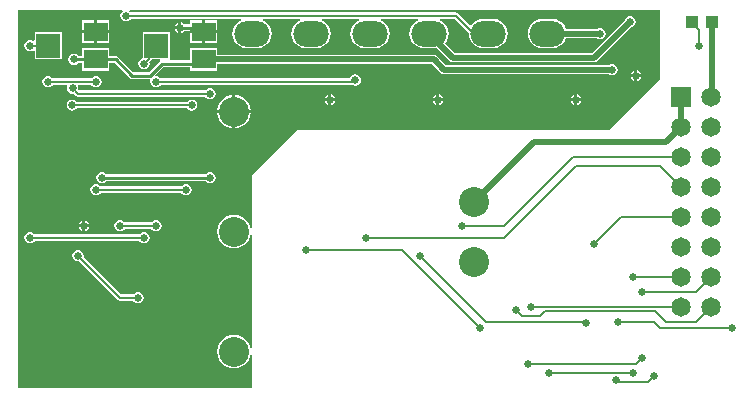
<source format=gtl>
%FSAX24Y24*%
%MOIN*%
G70*
G01*
G75*
G04 Layer_Physical_Order=1*
G04 Layer_Color=255*
%ADD10R,0.0433X0.0394*%
%ADD11R,0.0787X0.0630*%
%ADD12R,0.0787X0.0787*%
%ADD13C,0.0200*%
%ADD14C,0.0080*%
%ADD15C,0.0100*%
%ADD16O,0.1181X0.0866*%
%ADD17C,0.0650*%
%ADD18R,0.0650X0.0650*%
%ADD19C,0.1000*%
%ADD20C,0.0250*%
G36*
X031600Y020500D02*
X029900Y018800D01*
X019500D01*
X018000Y017300D01*
Y015515D01*
X017950Y015512D01*
X017946Y015546D01*
X017889Y015682D01*
X017799Y015799D01*
X017682Y015889D01*
X017546Y015946D01*
X017400Y015965D01*
X017254Y015946D01*
X017118Y015889D01*
X017001Y015799D01*
X016911Y015682D01*
X016854Y015546D01*
X016835Y015400D01*
X016854Y015254D01*
X016911Y015118D01*
X017001Y015001D01*
X017118Y014911D01*
X017254Y014854D01*
X017400Y014835D01*
X017546Y014854D01*
X017682Y014911D01*
X017799Y015001D01*
X017889Y015118D01*
X017946Y015254D01*
X017950Y015288D01*
X018000Y015285D01*
Y011515D01*
X017950Y011512D01*
X017946Y011546D01*
X017889Y011682D01*
X017799Y011799D01*
X017682Y011889D01*
X017546Y011946D01*
X017400Y011965D01*
X017254Y011946D01*
X017118Y011889D01*
X017001Y011799D01*
X016911Y011682D01*
X016854Y011546D01*
X016835Y011400D01*
X016854Y011254D01*
X016911Y011118D01*
X017001Y011001D01*
X017118Y010911D01*
X017254Y010854D01*
X017400Y010835D01*
X017546Y010854D01*
X017682Y010911D01*
X017799Y011001D01*
X017889Y011118D01*
X017946Y011254D01*
X017950Y011288D01*
X018000Y011285D01*
Y010200D01*
X010200D01*
Y022800D01*
X013680D01*
X013695Y022752D01*
X013667Y022733D01*
X013626Y022672D01*
X013611Y022600D01*
X013626Y022528D01*
X013667Y022467D01*
X013728Y022426D01*
X013800Y022411D01*
X013872Y022426D01*
X013933Y022467D01*
X013954Y022498D01*
X017628D01*
X017638Y022449D01*
X017594Y022431D01*
X017491Y022352D01*
X017412Y022249D01*
X017362Y022129D01*
X017345Y022000D01*
X017362Y021871D01*
X017412Y021751D01*
X017491Y021648D01*
X017594Y021569D01*
X017714Y021520D01*
X017843Y021503D01*
X018157D01*
X018286Y021520D01*
X018406Y021569D01*
X018509Y021648D01*
X018588Y021751D01*
X018638Y021871D01*
X018655Y022000D01*
X018638Y022129D01*
X018588Y022249D01*
X018509Y022352D01*
X018406Y022431D01*
X018362Y022449D01*
X018372Y022498D01*
X019597D01*
X019607Y022449D01*
X019562Y022431D01*
X019459Y022352D01*
X019380Y022249D01*
X019331Y022129D01*
X019314Y022000D01*
X019331Y021871D01*
X019380Y021751D01*
X019459Y021648D01*
X019562Y021569D01*
X019682Y021520D01*
X019811Y021503D01*
X020126D01*
X020255Y021520D01*
X020375Y021569D01*
X020478Y021648D01*
X020557Y021751D01*
X020606Y021871D01*
X020623Y022000D01*
X020606Y022129D01*
X020557Y022249D01*
X020478Y022352D01*
X020375Y022431D01*
X020330Y022449D01*
X020340Y022498D01*
X021565D01*
X021575Y022449D01*
X021531Y022431D01*
X021428Y022352D01*
X021349Y022249D01*
X021299Y022129D01*
X021282Y022000D01*
X021299Y021871D01*
X021349Y021751D01*
X021428Y021648D01*
X021531Y021569D01*
X021651Y021520D01*
X021780Y021503D01*
X022094D01*
X022223Y021520D01*
X022343Y021569D01*
X022446Y021648D01*
X022525Y021751D01*
X022575Y021871D01*
X022592Y022000D01*
X022575Y022129D01*
X022525Y022249D01*
X022446Y022352D01*
X022343Y022431D01*
X022299Y022449D01*
X022309Y022498D01*
X023534D01*
X023544Y022449D01*
X023499Y022431D01*
X023396Y022352D01*
X023317Y022249D01*
X023268Y022129D01*
X023251Y022000D01*
X023268Y021871D01*
X023317Y021751D01*
X023396Y021648D01*
X023499Y021569D01*
X023619Y021520D01*
X023748Y021503D01*
X024063D01*
X024159Y021515D01*
X024590Y021085D01*
D01*
X024590Y021085D01*
X024590Y021085D01*
D01*
D01*
D01*
X024590Y021085D01*
Y021085D01*
X024643Y021049D01*
X024706Y021037D01*
X029400D01*
X029462Y021049D01*
X029515Y021085D01*
X030653Y022222D01*
X030672Y022226D01*
X030733Y022267D01*
X030774Y022328D01*
X030789Y022400D01*
X030774Y022472D01*
X030733Y022533D01*
X030672Y022574D01*
X030600Y022589D01*
X030528Y022574D01*
X030467Y022533D01*
X030426Y022472D01*
X030422Y022453D01*
X029332Y021363D01*
X024773D01*
X024446Y021690D01*
X024494Y021751D01*
X024543Y021871D01*
X024560Y022000D01*
X024543Y022129D01*
X024494Y022249D01*
X024415Y022352D01*
X024312Y022431D01*
X024267Y022449D01*
X024277Y022498D01*
X024758D01*
X025223Y022032D01*
X025219Y022000D01*
X025236Y021871D01*
X025286Y021751D01*
X025365Y021648D01*
X025468Y021569D01*
X025588Y021520D01*
X025717Y021503D01*
X026031D01*
X026160Y021520D01*
X026280Y021569D01*
X026383Y021648D01*
X026462Y021751D01*
X026512Y021871D01*
X026529Y022000D01*
X026512Y022129D01*
X026462Y022249D01*
X026383Y022352D01*
X026280Y022431D01*
X026160Y022480D01*
X026031Y022497D01*
X025717D01*
X025588Y022480D01*
X025468Y022431D01*
X025365Y022352D01*
X025313Y022284D01*
X025263Y022281D01*
X024872Y022672D01*
X024839Y022694D01*
X024800Y022702D01*
X013954D01*
X013933Y022733D01*
X013905Y022752D01*
X013920Y022800D01*
X031600D01*
Y020500D01*
D02*
G37*
%LPC*%
G36*
X020779Y019750D02*
X020650D01*
Y019621D01*
X020672Y019626D01*
X020733Y019667D01*
X020774Y019728D01*
X020779Y019750D01*
D02*
G37*
G36*
X024150D02*
X024021D01*
X024026Y019728D01*
X024067Y019667D01*
X024128Y019626D01*
X024150Y019621D01*
Y019750D01*
D02*
G37*
G36*
X017450Y019958D02*
Y019450D01*
X017958D01*
X017946Y019546D01*
X017889Y019682D01*
X017799Y019799D01*
X017682Y019889D01*
X017546Y019946D01*
X017450Y019958D01*
D02*
G37*
G36*
X020550Y019750D02*
X020421D01*
X020426Y019728D01*
X020467Y019667D01*
X020528Y019626D01*
X020550Y019621D01*
Y019750D01*
D02*
G37*
G36*
X024379D02*
X024250D01*
Y019621D01*
X024272Y019626D01*
X024333Y019667D01*
X024374Y019728D01*
X024379Y019750D01*
D02*
G37*
G36*
X020550Y019979D02*
X020528Y019974D01*
X020467Y019933D01*
X020426Y019872D01*
X020421Y019850D01*
X020550D01*
Y019979D01*
D02*
G37*
G36*
X020650D02*
Y019850D01*
X020779D01*
X020774Y019872D01*
X020733Y019933D01*
X020672Y019974D01*
X020650Y019979D01*
D02*
G37*
G36*
X015991Y019798D02*
X015918Y019784D01*
X015857Y019743D01*
X015836Y019711D01*
X012164D01*
X012143Y019743D01*
X012082Y019784D01*
X012009Y019798D01*
X011937Y019784D01*
X011876Y019743D01*
X011835Y019682D01*
X011821Y019609D01*
X011835Y019537D01*
X011876Y019476D01*
X011937Y019435D01*
X012009Y019421D01*
X012082Y019435D01*
X012143Y019476D01*
X012164Y019507D01*
X015836D01*
X015857Y019476D01*
X015918Y019435D01*
X015991Y019421D01*
X016063Y019435D01*
X016124Y019476D01*
X016165Y019537D01*
X016179Y019609D01*
X016165Y019682D01*
X016124Y019743D01*
X016063Y019784D01*
X015991Y019798D01*
D02*
G37*
G36*
X028750Y019750D02*
X028621D01*
X028626Y019728D01*
X028667Y019667D01*
X028728Y019626D01*
X028750Y019621D01*
Y019750D01*
D02*
G37*
G36*
X028979D02*
X028850D01*
Y019621D01*
X028872Y019626D01*
X028933Y019667D01*
X028974Y019728D01*
X028979Y019750D01*
D02*
G37*
G36*
X017350Y019958D02*
X017254Y019946D01*
X017118Y019889D01*
X017001Y019799D01*
X016911Y019682D01*
X016854Y019546D01*
X016842Y019450D01*
X017350D01*
Y019958D01*
D02*
G37*
G36*
X012579Y015538D02*
X012450D01*
Y015409D01*
X012472Y015414D01*
X012533Y015454D01*
X012574Y015516D01*
X012579Y015538D01*
D02*
G37*
G36*
X012350Y015767D02*
X012328Y015762D01*
X012267Y015721D01*
X012226Y015660D01*
X012221Y015638D01*
X012350D01*
Y015767D01*
D02*
G37*
G36*
Y015538D02*
X012221D01*
X012226Y015516D01*
X012267Y015454D01*
X012328Y015414D01*
X012350Y015409D01*
Y015538D01*
D02*
G37*
G36*
X012200Y014789D02*
X012128Y014774D01*
X012067Y014733D01*
X012026Y014672D01*
X012011Y014600D01*
X012026Y014528D01*
X012067Y014467D01*
X012128Y014426D01*
X012200Y014411D01*
X012237Y014419D01*
X013528Y013128D01*
D01*
X013528Y013128D01*
X013528Y013128D01*
D01*
D01*
D01*
X013528Y013128D01*
Y013128D01*
X013561Y013106D01*
X013600Y013098D01*
X014046D01*
X014067Y013067D01*
X014128Y013026D01*
X014200Y013011D01*
X014272Y013026D01*
X014333Y013067D01*
X014374Y013128D01*
X014389Y013200D01*
X014374Y013272D01*
X014333Y013333D01*
X014272Y013374D01*
X014200Y013389D01*
X014128Y013374D01*
X014067Y013333D01*
X014046Y013302D01*
X013642D01*
X012381Y014563D01*
X012389Y014600D01*
X012374Y014672D01*
X012333Y014733D01*
X012272Y014774D01*
X012200Y014789D01*
D02*
G37*
G36*
X014400Y015389D02*
X014328Y015374D01*
X014267Y015333D01*
X014246Y015302D01*
X010754D01*
X010733Y015333D01*
X010672Y015374D01*
X010600Y015389D01*
X010528Y015374D01*
X010467Y015333D01*
X010426Y015272D01*
X010411Y015200D01*
X010426Y015128D01*
X010467Y015067D01*
X010528Y015026D01*
X010600Y015011D01*
X010672Y015026D01*
X010733Y015067D01*
X010754Y015098D01*
X014246D01*
X014267Y015067D01*
X014328Y015026D01*
X014400Y015011D01*
X014472Y015026D01*
X014533Y015067D01*
X014574Y015128D01*
X014589Y015200D01*
X014574Y015272D01*
X014533Y015333D01*
X014472Y015374D01*
X014400Y015389D01*
D02*
G37*
G36*
X012450Y015767D02*
Y015638D01*
X012579D01*
X012574Y015660D01*
X012533Y015721D01*
X012472Y015762D01*
X012450Y015767D01*
D02*
G37*
G36*
X017350Y019350D02*
X016842D01*
X016854Y019254D01*
X016911Y019118D01*
X017001Y019001D01*
X017118Y018911D01*
X017254Y018854D01*
X017350Y018842D01*
Y019350D01*
D02*
G37*
G36*
X017958D02*
X017450D01*
Y018842D01*
X017546Y018854D01*
X017682Y018911D01*
X017799Y019001D01*
X017889Y019118D01*
X017946Y019254D01*
X017958Y019350D01*
D02*
G37*
G36*
X016600Y017389D02*
X016528Y017374D01*
X016467Y017333D01*
X016452Y017312D01*
X013148D01*
X013133Y017333D01*
X013072Y017374D01*
X013000Y017389D01*
X012928Y017374D01*
X012867Y017333D01*
X012826Y017272D01*
X012811Y017200D01*
X012826Y017128D01*
X012867Y017067D01*
X012928Y017026D01*
X013000Y017011D01*
X013072Y017026D01*
X013133Y017067D01*
X013148Y017088D01*
X016452D01*
X016467Y017067D01*
X016528Y017026D01*
X016600Y017011D01*
X016672Y017026D01*
X016733Y017067D01*
X016774Y017128D01*
X016789Y017200D01*
X016774Y017272D01*
X016733Y017333D01*
X016672Y017374D01*
X016600Y017389D01*
D02*
G37*
G36*
X014800Y015789D02*
X014728Y015774D01*
X014667Y015733D01*
X014646Y015702D01*
X013754D01*
X013733Y015733D01*
X013672Y015774D01*
X013600Y015789D01*
X013528Y015774D01*
X013467Y015733D01*
X013426Y015672D01*
X013411Y015600D01*
X013426Y015528D01*
X013467Y015467D01*
X013528Y015426D01*
X013600Y015411D01*
X013672Y015426D01*
X013733Y015467D01*
X013754Y015498D01*
X014646D01*
X014667Y015467D01*
X014728Y015426D01*
X014800Y015411D01*
X014872Y015426D01*
X014933Y015467D01*
X014974Y015528D01*
X014989Y015600D01*
X014974Y015672D01*
X014933Y015733D01*
X014872Y015774D01*
X014800Y015789D01*
D02*
G37*
G36*
X015800Y016989D02*
X015728Y016974D01*
X015667Y016933D01*
X015646Y016902D01*
X012954D01*
X012933Y016933D01*
X012872Y016974D01*
X012800Y016989D01*
X012728Y016974D01*
X012667Y016933D01*
X012626Y016872D01*
X012611Y016800D01*
X012626Y016728D01*
X012667Y016667D01*
X012728Y016626D01*
X012800Y016611D01*
X012872Y016626D01*
X012933Y016667D01*
X012954Y016698D01*
X015646D01*
X015667Y016667D01*
X015728Y016626D01*
X015800Y016611D01*
X015872Y016626D01*
X015933Y016667D01*
X015974Y016728D01*
X015989Y016800D01*
X015974Y016872D01*
X015933Y016933D01*
X015872Y016974D01*
X015800Y016989D01*
D02*
G37*
G36*
X011666Y022054D02*
X010759D01*
Y021769D01*
X010715Y021746D01*
X010672Y021774D01*
X010600Y021789D01*
X010528Y021774D01*
X010467Y021733D01*
X010426Y021672D01*
X010411Y021600D01*
X010426Y021528D01*
X010467Y021467D01*
X010528Y021426D01*
X010600Y021411D01*
X010672Y021426D01*
X010715Y021454D01*
X010759Y021431D01*
Y021146D01*
X011666D01*
Y022054D01*
D02*
G37*
G36*
X028000Y022497D02*
X027685D01*
X027556Y022480D01*
X027436Y022431D01*
X027333Y022352D01*
X027254Y022249D01*
X027205Y022129D01*
X027188Y022000D01*
X027205Y021871D01*
X027254Y021751D01*
X027333Y021648D01*
X027436Y021569D01*
X027556Y021520D01*
X027685Y021503D01*
X028000D01*
X028129Y021520D01*
X028249Y021569D01*
X028352Y021648D01*
X028431Y021751D01*
X028466Y021837D01*
X029511D01*
X029528Y021826D01*
X029600Y021811D01*
X029672Y021826D01*
X029733Y021867D01*
X029774Y021928D01*
X029789Y022000D01*
X029774Y022072D01*
X029733Y022133D01*
X029672Y022174D01*
X029600Y022189D01*
X029528Y022174D01*
X029511Y022163D01*
X028466D01*
X028431Y022249D01*
X028352Y022352D01*
X028249Y022431D01*
X028129Y022480D01*
X028000Y022497D01*
D02*
G37*
G36*
X016841Y022013D02*
X016437D01*
Y021688D01*
X016841D01*
Y022013D01*
D02*
G37*
G36*
X013241D02*
X012837D01*
Y021688D01*
X013241D01*
Y022013D01*
D02*
G37*
G36*
X016337D02*
X015934D01*
Y021688D01*
X016337D01*
Y022013D01*
D02*
G37*
G36*
X015550Y022150D02*
X015421D01*
X015426Y022128D01*
X015467Y022067D01*
X015528Y022026D01*
X015550Y022021D01*
Y022150D01*
D02*
G37*
G36*
Y022379D02*
X015528Y022374D01*
X015467Y022333D01*
X015426Y022272D01*
X015421Y022250D01*
X015550D01*
Y022379D01*
D02*
G37*
G36*
X016337Y022438D02*
X015934D01*
Y022312D01*
X015748D01*
X015733Y022333D01*
X015672Y022374D01*
X015650Y022379D01*
Y022200D01*
Y022021D01*
X015672Y022026D01*
X015733Y022067D01*
X015748Y022088D01*
X015934D01*
Y022113D01*
X016337D01*
Y022438D01*
D02*
G37*
G36*
X016841D02*
X016437D01*
Y022113D01*
X016841D01*
Y022438D01*
D02*
G37*
G36*
X012737D02*
X012334D01*
Y022113D01*
X012737D01*
Y022438D01*
D02*
G37*
G36*
X013241D02*
X012837D01*
Y022113D01*
X013241D01*
Y022438D01*
D02*
G37*
G36*
X028850Y019979D02*
Y019850D01*
X028979D01*
X028974Y019872D01*
X028933Y019933D01*
X028872Y019974D01*
X028850Y019979D01*
D02*
G37*
G36*
X030750Y020550D02*
X030621D01*
X030626Y020528D01*
X030667Y020467D01*
X030728Y020426D01*
X030750Y020421D01*
Y020550D01*
D02*
G37*
G36*
X028750Y019979D02*
X028728Y019974D01*
X028667Y019933D01*
X028626Y019872D01*
X028621Y019850D01*
X028750D01*
Y019979D01*
D02*
G37*
G36*
X024150D02*
X024128Y019974D01*
X024067Y019933D01*
X024026Y019872D01*
X024021Y019850D01*
X024150D01*
Y019979D01*
D02*
G37*
G36*
X024250D02*
Y019850D01*
X024379D01*
X024374Y019872D01*
X024333Y019933D01*
X024272Y019974D01*
X024250Y019979D01*
D02*
G37*
G36*
X030979Y020550D02*
X030850D01*
Y020421D01*
X030872Y020426D01*
X030933Y020467D01*
X030974Y020528D01*
X030979Y020550D01*
D02*
G37*
G36*
X015266Y022054D02*
X014359D01*
Y021180D01*
X014328Y021174D01*
X014267Y021133D01*
X014226Y021072D01*
X014211Y021000D01*
X014226Y020928D01*
X014267Y020867D01*
X014328Y020826D01*
X014400Y020811D01*
X014472Y020826D01*
X014533Y020867D01*
X014574Y020928D01*
X014589Y021000D01*
X014581Y021037D01*
X014690Y021146D01*
X014935D01*
X014949Y021098D01*
X014921Y021079D01*
X014921Y021079D01*
X014554Y020712D01*
X014046D01*
X013542Y021217D01*
X013506Y021241D01*
X013463Y021250D01*
X013463Y021250D01*
X013241D01*
Y021512D01*
X012334D01*
Y021250D01*
X012210D01*
X012196Y021271D01*
X012135Y021312D01*
X012063Y021326D01*
X011990Y021312D01*
X011929Y021271D01*
X011888Y021210D01*
X011874Y021137D01*
X011888Y021065D01*
X011929Y021004D01*
X011990Y020963D01*
X012063Y020949D01*
X012135Y020963D01*
X012196Y021004D01*
X012210Y021025D01*
X012334D01*
Y020762D01*
X013241D01*
Y021025D01*
X013416D01*
X013921Y020521D01*
X013921Y020521D01*
X013957Y020496D01*
Y020496D01*
X013957Y020496D01*
D01*
D01*
D01*
X013957D01*
Y020496D01*
D01*
X013957Y020496D01*
X013957Y020496D01*
X014000Y020488D01*
X014589D01*
X014603Y020471D01*
X014614Y020415D01*
X014611Y020400D01*
X014626Y020328D01*
X014667Y020267D01*
X014728Y020226D01*
X014800Y020211D01*
X014872Y020226D01*
X014933Y020267D01*
X014954Y020298D01*
X021344D01*
X021378Y020276D01*
X021450Y020261D01*
X021522Y020276D01*
X021583Y020317D01*
X021624Y020378D01*
X021639Y020450D01*
X021624Y020522D01*
X021583Y020583D01*
X021522Y020624D01*
X021450Y020639D01*
X021378Y020624D01*
X021317Y020583D01*
X021276Y020522D01*
X021272Y020502D01*
X014954D01*
X014933Y020533D01*
X014872Y020574D01*
X014800Y020589D01*
X014782Y020623D01*
X015046Y020888D01*
X015934D01*
Y020762D01*
X016841D01*
Y020974D01*
X023995D01*
X024285Y020685D01*
X024338Y020649D01*
X024400Y020637D01*
X029911D01*
X029928Y020626D01*
X030000Y020611D01*
X030072Y020626D01*
X030133Y020667D01*
X030174Y020728D01*
X030189Y020800D01*
X030174Y020872D01*
X030133Y020933D01*
X030072Y020974D01*
X030000Y020989D01*
X029928Y020974D01*
X029911Y020963D01*
X024468D01*
X024178Y021253D01*
X024125Y021288D01*
X024063Y021301D01*
X016841D01*
Y021512D01*
X015934D01*
Y021112D01*
X015300D01*
X015266Y021146D01*
X015266Y021148D01*
X015266D01*
D01*
Y021148D01*
X015266D01*
D01*
Y022054D01*
D02*
G37*
G36*
X012737Y022013D02*
X012334D01*
Y021688D01*
X012737D01*
Y022013D01*
D02*
G37*
G36*
X030850Y020779D02*
Y020650D01*
X030979D01*
X030974Y020672D01*
X030933Y020733D01*
X030872Y020774D01*
X030850Y020779D01*
D02*
G37*
G36*
X012800Y020589D02*
X012728Y020574D01*
X012667Y020533D01*
X012646Y020502D01*
X011354D01*
X011333Y020533D01*
X011272Y020574D01*
X011200Y020589D01*
X011128Y020574D01*
X011067Y020533D01*
X011026Y020472D01*
X011011Y020400D01*
X011026Y020328D01*
X011067Y020267D01*
X011128Y020226D01*
X011200Y020211D01*
X011272Y020226D01*
X011333Y020267D01*
X011354Y020298D01*
X011832D01*
X011855Y020254D01*
X011851Y020247D01*
X011836Y020175D01*
X011851Y020103D01*
X011892Y020042D01*
X011953Y020001D01*
X012025Y019986D01*
X012062Y019994D01*
X012128Y019928D01*
X012161Y019906D01*
X012200Y019898D01*
X016446D01*
X016467Y019867D01*
X016528Y019826D01*
X016600Y019811D01*
X016672Y019826D01*
X016733Y019867D01*
X016774Y019928D01*
X016789Y020000D01*
X016774Y020072D01*
X016733Y020133D01*
X016672Y020174D01*
X016600Y020189D01*
X016528Y020174D01*
X016467Y020133D01*
X016446Y020102D01*
X012242D01*
X012206Y020138D01*
X012214Y020175D01*
X012199Y020247D01*
X012195Y020254D01*
X012218Y020298D01*
X012646D01*
X012667Y020267D01*
X012728Y020226D01*
X012800Y020211D01*
X012872Y020226D01*
X012933Y020267D01*
X012974Y020328D01*
X012989Y020400D01*
X012974Y020472D01*
X012933Y020533D01*
X012872Y020574D01*
X012800Y020589D01*
D02*
G37*
G36*
X030750Y020779D02*
X030728Y020774D01*
X030667Y020733D01*
X030626Y020672D01*
X030621Y020650D01*
X030750D01*
Y020779D01*
D02*
G37*
%LPD*%
D10*
X033335Y022400D02*
D03*
X032665D02*
D03*
D11*
X012787Y022063D02*
D03*
Y021137D02*
D03*
X016387Y022063D02*
D03*
Y021137D02*
D03*
D12*
X011213Y021600D02*
D03*
X014813D02*
D03*
D13*
X033335Y019935D02*
Y022400D01*
X024706Y021200D02*
X029400D01*
X016387Y021137D02*
X024063D01*
X024400Y020800D01*
X030000D01*
X029400Y021200D02*
X030600Y022400D01*
X023906Y022000D02*
X024706Y021200D01*
X027800Y022000D02*
X029600D01*
X032300Y018900D02*
Y019900D01*
X025400Y016400D02*
X027400Y018400D01*
X031800D01*
X032300Y018900D01*
D14*
X032900Y021600D02*
Y022126D01*
X032626Y022400D02*
X032900Y022126D01*
X030150Y010450D02*
X030200Y010400D01*
X031200D01*
X031400Y010600D01*
X012009Y019609D02*
X015991D01*
X012200Y020000D02*
X016600D01*
X012025Y020175D02*
X012200Y020000D01*
X011200Y020400D02*
X012800D01*
X010600Y021600D02*
X011213D01*
X014813Y021413D02*
Y021587D01*
X014400Y021000D02*
X014813Y021413D01*
X010600Y015200D02*
X014400D01*
X012800Y016800D02*
X015800D01*
X013600Y015600D02*
X014800D01*
X012200Y014600D02*
X013600Y013200D01*
X014800Y020400D02*
X021400D01*
X021450Y020450D01*
X013600Y013200D02*
X014200D01*
X013800Y022600D02*
X024800D01*
X025400Y022000D01*
X025874D01*
X019800Y014800D02*
X023000D01*
X025600Y012200D01*
X021800Y015200D02*
X026400D01*
X028800Y017600D01*
X031600D01*
X032300Y016900D01*
X025000Y015600D02*
X026400D01*
X028700Y017900D01*
X032300D01*
X023600Y014600D02*
X025800Y012400D01*
X029100D01*
X029150Y012350D01*
X030200Y012400D02*
X031400D01*
X031600Y012200D01*
X034000D01*
X027200Y011000D02*
X030800D01*
X031000Y011200D01*
Y013400D02*
X032800D01*
X033300Y013900D01*
X033300D01*
X027900Y010700D02*
X030700D01*
Y013900D02*
X032300D01*
X026800Y012800D02*
X027000Y012600D01*
X027600D01*
X027760Y012760D01*
X031440D01*
X031800Y012400D01*
X032800D01*
X033300Y012900D01*
X033300D01*
X027300D02*
X032300D01*
X029400Y015000D02*
X030300Y015900D01*
X032300D01*
D15*
X016250Y022200D02*
X016387Y022063D01*
X015600Y022200D02*
X016250D01*
X012063Y021137D02*
X013463D01*
X013000Y017200D02*
X016600D01*
X016250Y021000D02*
X016387Y021137D01*
X015000Y021000D02*
X016250D01*
X014600Y020600D02*
X015000Y021000D01*
X014000Y020600D02*
X014600D01*
X013463Y021137D02*
X014000Y020600D01*
D16*
X018000Y022000D02*
D03*
X019969D02*
D03*
X021937D02*
D03*
X023906D02*
D03*
X025874D02*
D03*
X027843D02*
D03*
D17*
X033300Y012900D02*
D03*
X032300D02*
D03*
X033300Y013900D02*
D03*
X032300D02*
D03*
X033300Y014900D02*
D03*
X032300D02*
D03*
X033300Y015900D02*
D03*
X032300D02*
D03*
X033300Y016900D02*
D03*
X032300D02*
D03*
X033300Y017900D02*
D03*
X032300D02*
D03*
X033300Y018900D02*
D03*
X032300D02*
D03*
X033300Y019900D02*
D03*
D18*
X032300D02*
D03*
D19*
X025400Y014400D02*
D03*
Y016400D02*
D03*
X017400Y011400D02*
D03*
Y015400D02*
D03*
Y019400D02*
D03*
D20*
X032900Y021600D02*
D03*
X030150Y010450D02*
D03*
X031400Y010600D02*
D03*
X015600Y022200D02*
D03*
X012009Y019609D02*
D03*
X015991D02*
D03*
X030800Y020600D02*
D03*
X030000Y020800D02*
D03*
X030600Y022400D02*
D03*
X029600Y022000D02*
D03*
X020600Y019800D02*
D03*
X024200D02*
D03*
X028800D02*
D03*
X012400Y015588D02*
D03*
X016600Y017200D02*
D03*
X013000D02*
D03*
X012063Y021137D02*
D03*
X012025Y020175D02*
D03*
X011200Y020400D02*
D03*
X012800D02*
D03*
X010600Y021600D02*
D03*
X014400Y021000D02*
D03*
X010600Y015200D02*
D03*
X014400D02*
D03*
X015800Y016800D02*
D03*
X012800D02*
D03*
X013600Y015600D02*
D03*
X014800D02*
D03*
X012200Y014600D02*
D03*
X016600Y020000D02*
D03*
X014800Y020400D02*
D03*
X021450Y020450D02*
D03*
X014200Y013200D02*
D03*
X013800Y022600D02*
D03*
X019800Y014800D02*
D03*
X025600Y012200D02*
D03*
X021800Y015200D02*
D03*
X025000Y015600D02*
D03*
X023600Y014600D02*
D03*
X029150Y012350D02*
D03*
X030200Y012400D02*
D03*
X034000Y012200D02*
D03*
X027200Y011000D02*
D03*
X031000Y011200D02*
D03*
Y013400D02*
D03*
X027900Y010700D02*
D03*
X030700D02*
D03*
Y013900D02*
D03*
X026800Y012800D02*
D03*
X027300Y012900D02*
D03*
X029400Y015000D02*
D03*
M02*

</source>
